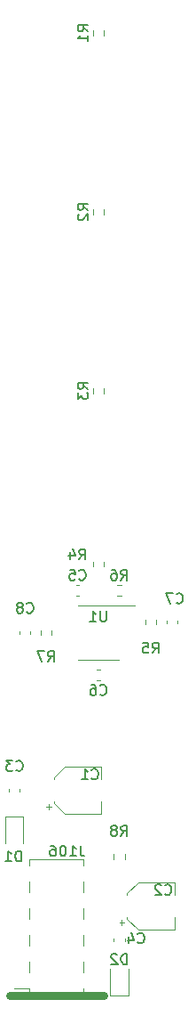
<source format=gbr>
%TF.GenerationSoftware,KiCad,Pcbnew,(6.0.9)*%
%TF.CreationDate,2023-01-29T17:11:57+01:00*%
%TF.ProjectId,witns_mxr,7769746e-735f-46d7-9872-2e6b69636164,rev?*%
%TF.SameCoordinates,Original*%
%TF.FileFunction,Legend,Bot*%
%TF.FilePolarity,Positive*%
%FSLAX46Y46*%
G04 Gerber Fmt 4.6, Leading zero omitted, Abs format (unit mm)*
G04 Created by KiCad (PCBNEW (6.0.9)) date 2023-01-29 17:11:57*
%MOMM*%
%LPD*%
G01*
G04 APERTURE LIST*
%ADD10C,0.800000*%
%ADD11C,0.150000*%
%ADD12C,0.120000*%
G04 APERTURE END LIST*
D10*
X41500000Y-153500000D02*
X50500000Y-153500000D01*
D11*
%TO.C,J106*%
X48285714Y-139252380D02*
X48285714Y-139966666D01*
X48333333Y-140109523D01*
X48428571Y-140204761D01*
X48571428Y-140252380D01*
X48666666Y-140252380D01*
X47285714Y-140252380D02*
X47857142Y-140252380D01*
X47571428Y-140252380D02*
X47571428Y-139252380D01*
X47666666Y-139395238D01*
X47761904Y-139490476D01*
X47857142Y-139538095D01*
X46666666Y-139252380D02*
X46571428Y-139252380D01*
X46476190Y-139300000D01*
X46428571Y-139347619D01*
X46380952Y-139442857D01*
X46333333Y-139633333D01*
X46333333Y-139871428D01*
X46380952Y-140061904D01*
X46428571Y-140157142D01*
X46476190Y-140204761D01*
X46571428Y-140252380D01*
X46666666Y-140252380D01*
X46761904Y-140204761D01*
X46809523Y-140157142D01*
X46857142Y-140061904D01*
X46904761Y-139871428D01*
X46904761Y-139633333D01*
X46857142Y-139442857D01*
X46809523Y-139347619D01*
X46761904Y-139300000D01*
X46666666Y-139252380D01*
X45476190Y-139252380D02*
X45666666Y-139252380D01*
X45761904Y-139300000D01*
X45809523Y-139347619D01*
X45904761Y-139490476D01*
X45952380Y-139680952D01*
X45952380Y-140061904D01*
X45904761Y-140157142D01*
X45857142Y-140204761D01*
X45761904Y-140252380D01*
X45571428Y-140252380D01*
X45476190Y-140204761D01*
X45428571Y-140157142D01*
X45380952Y-140061904D01*
X45380952Y-139823809D01*
X45428571Y-139728571D01*
X45476190Y-139680952D01*
X45571428Y-139633333D01*
X45761904Y-139633333D01*
X45857142Y-139680952D01*
X45904761Y-139728571D01*
X45952380Y-139823809D01*
%TO.C,C2*%
X56366666Y-143857142D02*
X56414285Y-143904761D01*
X56557142Y-143952380D01*
X56652380Y-143952380D01*
X56795238Y-143904761D01*
X56890476Y-143809523D01*
X56938095Y-143714285D01*
X56985714Y-143523809D01*
X56985714Y-143380952D01*
X56938095Y-143190476D01*
X56890476Y-143095238D01*
X56795238Y-143000000D01*
X56652380Y-142952380D01*
X56557142Y-142952380D01*
X56414285Y-143000000D01*
X56366666Y-143047619D01*
X55985714Y-143047619D02*
X55938095Y-143000000D01*
X55842857Y-142952380D01*
X55604761Y-142952380D01*
X55509523Y-143000000D01*
X55461904Y-143047619D01*
X55414285Y-143142857D01*
X55414285Y-143238095D01*
X55461904Y-143380952D01*
X56033333Y-143952380D01*
X55414285Y-143952380D01*
%TO.C,C1*%
X49366666Y-132857142D02*
X49414285Y-132904761D01*
X49557142Y-132952380D01*
X49652380Y-132952380D01*
X49795238Y-132904761D01*
X49890476Y-132809523D01*
X49938095Y-132714285D01*
X49985714Y-132523809D01*
X49985714Y-132380952D01*
X49938095Y-132190476D01*
X49890476Y-132095238D01*
X49795238Y-132000000D01*
X49652380Y-131952380D01*
X49557142Y-131952380D01*
X49414285Y-132000000D01*
X49366666Y-132047619D01*
X48414285Y-132952380D02*
X48985714Y-132952380D01*
X48700000Y-132952380D02*
X48700000Y-131952380D01*
X48795238Y-132095238D01*
X48890476Y-132190476D01*
X48985714Y-132238095D01*
%TO.C,R2*%
X49022380Y-78833333D02*
X48546190Y-78500000D01*
X49022380Y-78261904D02*
X48022380Y-78261904D01*
X48022380Y-78642857D01*
X48070000Y-78738095D01*
X48117619Y-78785714D01*
X48212857Y-78833333D01*
X48355714Y-78833333D01*
X48450952Y-78785714D01*
X48498571Y-78738095D01*
X48546190Y-78642857D01*
X48546190Y-78261904D01*
X48117619Y-79214285D02*
X48070000Y-79261904D01*
X48022380Y-79357142D01*
X48022380Y-79595238D01*
X48070000Y-79690476D01*
X48117619Y-79738095D01*
X48212857Y-79785714D01*
X48308095Y-79785714D01*
X48450952Y-79738095D01*
X49022380Y-79166666D01*
X49022380Y-79785714D01*
%TO.C,R1*%
X49022380Y-61833333D02*
X48546190Y-61500000D01*
X49022380Y-61261904D02*
X48022380Y-61261904D01*
X48022380Y-61642857D01*
X48070000Y-61738095D01*
X48117619Y-61785714D01*
X48212857Y-61833333D01*
X48355714Y-61833333D01*
X48450952Y-61785714D01*
X48498571Y-61738095D01*
X48546190Y-61642857D01*
X48546190Y-61261904D01*
X49022380Y-62785714D02*
X49022380Y-62214285D01*
X49022380Y-62500000D02*
X48022380Y-62500000D01*
X48165238Y-62404761D01*
X48260476Y-62309523D01*
X48308095Y-62214285D01*
%TO.C,C6*%
X50166666Y-124857142D02*
X50214285Y-124904761D01*
X50357142Y-124952380D01*
X50452380Y-124952380D01*
X50595238Y-124904761D01*
X50690476Y-124809523D01*
X50738095Y-124714285D01*
X50785714Y-124523809D01*
X50785714Y-124380952D01*
X50738095Y-124190476D01*
X50690476Y-124095238D01*
X50595238Y-124000000D01*
X50452380Y-123952380D01*
X50357142Y-123952380D01*
X50214285Y-124000000D01*
X50166666Y-124047619D01*
X49309523Y-123952380D02*
X49500000Y-123952380D01*
X49595238Y-124000000D01*
X49642857Y-124047619D01*
X49738095Y-124190476D01*
X49785714Y-124380952D01*
X49785714Y-124761904D01*
X49738095Y-124857142D01*
X49690476Y-124904761D01*
X49595238Y-124952380D01*
X49404761Y-124952380D01*
X49309523Y-124904761D01*
X49261904Y-124857142D01*
X49214285Y-124761904D01*
X49214285Y-124523809D01*
X49261904Y-124428571D01*
X49309523Y-124380952D01*
X49404761Y-124333333D01*
X49595238Y-124333333D01*
X49690476Y-124380952D01*
X49738095Y-124428571D01*
X49785714Y-124523809D01*
%TO.C,R6*%
X52166666Y-114022380D02*
X52500000Y-113546190D01*
X52738095Y-114022380D02*
X52738095Y-113022380D01*
X52357142Y-113022380D01*
X52261904Y-113070000D01*
X52214285Y-113117619D01*
X52166666Y-113212857D01*
X52166666Y-113355714D01*
X52214285Y-113450952D01*
X52261904Y-113498571D01*
X52357142Y-113546190D01*
X52738095Y-113546190D01*
X51309523Y-113022380D02*
X51500000Y-113022380D01*
X51595238Y-113070000D01*
X51642857Y-113117619D01*
X51738095Y-113260476D01*
X51785714Y-113450952D01*
X51785714Y-113831904D01*
X51738095Y-113927142D01*
X51690476Y-113974761D01*
X51595238Y-114022380D01*
X51404761Y-114022380D01*
X51309523Y-113974761D01*
X51261904Y-113927142D01*
X51214285Y-113831904D01*
X51214285Y-113593809D01*
X51261904Y-113498571D01*
X51309523Y-113450952D01*
X51404761Y-113403333D01*
X51595238Y-113403333D01*
X51690476Y-113450952D01*
X51738095Y-113498571D01*
X51785714Y-113593809D01*
%TO.C,D1*%
X42638095Y-140752380D02*
X42638095Y-139752380D01*
X42400000Y-139752380D01*
X42257142Y-139800000D01*
X42161904Y-139895238D01*
X42114285Y-139990476D01*
X42066666Y-140180952D01*
X42066666Y-140323809D01*
X42114285Y-140514285D01*
X42161904Y-140609523D01*
X42257142Y-140704761D01*
X42400000Y-140752380D01*
X42638095Y-140752380D01*
X41114285Y-140752380D02*
X41685714Y-140752380D01*
X41400000Y-140752380D02*
X41400000Y-139752380D01*
X41495238Y-139895238D01*
X41590476Y-139990476D01*
X41685714Y-140038095D01*
%TO.C,R3*%
X49022380Y-95833333D02*
X48546190Y-95500000D01*
X49022380Y-95261904D02*
X48022380Y-95261904D01*
X48022380Y-95642857D01*
X48070000Y-95738095D01*
X48117619Y-95785714D01*
X48212857Y-95833333D01*
X48355714Y-95833333D01*
X48450952Y-95785714D01*
X48498571Y-95738095D01*
X48546190Y-95642857D01*
X48546190Y-95261904D01*
X48022380Y-96166666D02*
X48022380Y-96785714D01*
X48403333Y-96452380D01*
X48403333Y-96595238D01*
X48450952Y-96690476D01*
X48498571Y-96738095D01*
X48593809Y-96785714D01*
X48831904Y-96785714D01*
X48927142Y-96738095D01*
X48974761Y-96690476D01*
X49022380Y-96595238D01*
X49022380Y-96309523D01*
X48974761Y-96214285D01*
X48927142Y-96166666D01*
%TO.C,C4*%
X53766666Y-148457142D02*
X53814285Y-148504761D01*
X53957142Y-148552380D01*
X54052380Y-148552380D01*
X54195238Y-148504761D01*
X54290476Y-148409523D01*
X54338095Y-148314285D01*
X54385714Y-148123809D01*
X54385714Y-147980952D01*
X54338095Y-147790476D01*
X54290476Y-147695238D01*
X54195238Y-147600000D01*
X54052380Y-147552380D01*
X53957142Y-147552380D01*
X53814285Y-147600000D01*
X53766666Y-147647619D01*
X52909523Y-147885714D02*
X52909523Y-148552380D01*
X53147619Y-147504761D02*
X53385714Y-148219047D01*
X52766666Y-148219047D01*
%TO.C,R7*%
X45166666Y-121752380D02*
X45500000Y-121276190D01*
X45738095Y-121752380D02*
X45738095Y-120752380D01*
X45357142Y-120752380D01*
X45261904Y-120800000D01*
X45214285Y-120847619D01*
X45166666Y-120942857D01*
X45166666Y-121085714D01*
X45214285Y-121180952D01*
X45261904Y-121228571D01*
X45357142Y-121276190D01*
X45738095Y-121276190D01*
X44833333Y-120752380D02*
X44166666Y-120752380D01*
X44595238Y-121752380D01*
%TO.C,R4*%
X48166666Y-112052380D02*
X48500000Y-111576190D01*
X48738095Y-112052380D02*
X48738095Y-111052380D01*
X48357142Y-111052380D01*
X48261904Y-111100000D01*
X48214285Y-111147619D01*
X48166666Y-111242857D01*
X48166666Y-111385714D01*
X48214285Y-111480952D01*
X48261904Y-111528571D01*
X48357142Y-111576190D01*
X48738095Y-111576190D01*
X47309523Y-111385714D02*
X47309523Y-112052380D01*
X47547619Y-111004761D02*
X47785714Y-111719047D01*
X47166666Y-111719047D01*
%TO.C,D2*%
X52738095Y-150552380D02*
X52738095Y-149552380D01*
X52500000Y-149552380D01*
X52357142Y-149600000D01*
X52261904Y-149695238D01*
X52214285Y-149790476D01*
X52166666Y-149980952D01*
X52166666Y-150123809D01*
X52214285Y-150314285D01*
X52261904Y-150409523D01*
X52357142Y-150504761D01*
X52500000Y-150552380D01*
X52738095Y-150552380D01*
X51785714Y-149647619D02*
X51738095Y-149600000D01*
X51642857Y-149552380D01*
X51404761Y-149552380D01*
X51309523Y-149600000D01*
X51261904Y-149647619D01*
X51214285Y-149742857D01*
X51214285Y-149838095D01*
X51261904Y-149980952D01*
X51833333Y-150552380D01*
X51214285Y-150552380D01*
%TO.C,C7*%
X57466666Y-116157142D02*
X57514285Y-116204761D01*
X57657142Y-116252380D01*
X57752380Y-116252380D01*
X57895238Y-116204761D01*
X57990476Y-116109523D01*
X58038095Y-116014285D01*
X58085714Y-115823809D01*
X58085714Y-115680952D01*
X58038095Y-115490476D01*
X57990476Y-115395238D01*
X57895238Y-115300000D01*
X57752380Y-115252380D01*
X57657142Y-115252380D01*
X57514285Y-115300000D01*
X57466666Y-115347619D01*
X57133333Y-115252380D02*
X56466666Y-115252380D01*
X56895238Y-116252380D01*
%TO.C,C3*%
X42166666Y-132057142D02*
X42214285Y-132104761D01*
X42357142Y-132152380D01*
X42452380Y-132152380D01*
X42595238Y-132104761D01*
X42690476Y-132009523D01*
X42738095Y-131914285D01*
X42785714Y-131723809D01*
X42785714Y-131580952D01*
X42738095Y-131390476D01*
X42690476Y-131295238D01*
X42595238Y-131200000D01*
X42452380Y-131152380D01*
X42357142Y-131152380D01*
X42214285Y-131200000D01*
X42166666Y-131247619D01*
X41833333Y-131152380D02*
X41214285Y-131152380D01*
X41547619Y-131533333D01*
X41404761Y-131533333D01*
X41309523Y-131580952D01*
X41261904Y-131628571D01*
X41214285Y-131723809D01*
X41214285Y-131961904D01*
X41261904Y-132057142D01*
X41309523Y-132104761D01*
X41404761Y-132152380D01*
X41690476Y-132152380D01*
X41785714Y-132104761D01*
X41833333Y-132057142D01*
%TO.C,U1*%
X50761904Y-116952380D02*
X50761904Y-117761904D01*
X50714285Y-117857142D01*
X50666666Y-117904761D01*
X50571428Y-117952380D01*
X50380952Y-117952380D01*
X50285714Y-117904761D01*
X50238095Y-117857142D01*
X50190476Y-117761904D01*
X50190476Y-116952380D01*
X49190476Y-117952380D02*
X49761904Y-117952380D01*
X49476190Y-117952380D02*
X49476190Y-116952380D01*
X49571428Y-117095238D01*
X49666666Y-117190476D01*
X49761904Y-117238095D01*
%TO.C,C8*%
X43166666Y-117057142D02*
X43214285Y-117104761D01*
X43357142Y-117152380D01*
X43452380Y-117152380D01*
X43595238Y-117104761D01*
X43690476Y-117009523D01*
X43738095Y-116914285D01*
X43785714Y-116723809D01*
X43785714Y-116580952D01*
X43738095Y-116390476D01*
X43690476Y-116295238D01*
X43595238Y-116200000D01*
X43452380Y-116152380D01*
X43357142Y-116152380D01*
X43214285Y-116200000D01*
X43166666Y-116247619D01*
X42595238Y-116580952D02*
X42690476Y-116533333D01*
X42738095Y-116485714D01*
X42785714Y-116390476D01*
X42785714Y-116342857D01*
X42738095Y-116247619D01*
X42690476Y-116200000D01*
X42595238Y-116152380D01*
X42404761Y-116152380D01*
X42309523Y-116200000D01*
X42261904Y-116247619D01*
X42214285Y-116342857D01*
X42214285Y-116390476D01*
X42261904Y-116485714D01*
X42309523Y-116533333D01*
X42404761Y-116580952D01*
X42595238Y-116580952D01*
X42690476Y-116628571D01*
X42738095Y-116676190D01*
X42785714Y-116771428D01*
X42785714Y-116961904D01*
X42738095Y-117057142D01*
X42690476Y-117104761D01*
X42595238Y-117152380D01*
X42404761Y-117152380D01*
X42309523Y-117104761D01*
X42261904Y-117057142D01*
X42214285Y-116961904D01*
X42214285Y-116771428D01*
X42261904Y-116676190D01*
X42309523Y-116628571D01*
X42404761Y-116580952D01*
%TO.C,C5*%
X48166666Y-113927142D02*
X48214285Y-113974761D01*
X48357142Y-114022380D01*
X48452380Y-114022380D01*
X48595238Y-113974761D01*
X48690476Y-113879523D01*
X48738095Y-113784285D01*
X48785714Y-113593809D01*
X48785714Y-113450952D01*
X48738095Y-113260476D01*
X48690476Y-113165238D01*
X48595238Y-113070000D01*
X48452380Y-113022380D01*
X48357142Y-113022380D01*
X48214285Y-113070000D01*
X48166666Y-113117619D01*
X47261904Y-113022380D02*
X47738095Y-113022380D01*
X47785714Y-113498571D01*
X47738095Y-113450952D01*
X47642857Y-113403333D01*
X47404761Y-113403333D01*
X47309523Y-113450952D01*
X47261904Y-113498571D01*
X47214285Y-113593809D01*
X47214285Y-113831904D01*
X47261904Y-113927142D01*
X47309523Y-113974761D01*
X47404761Y-114022380D01*
X47642857Y-114022380D01*
X47738095Y-113974761D01*
X47785714Y-113927142D01*
%TO.C,R8*%
X52166666Y-138352380D02*
X52500000Y-137876190D01*
X52738095Y-138352380D02*
X52738095Y-137352380D01*
X52357142Y-137352380D01*
X52261904Y-137400000D01*
X52214285Y-137447619D01*
X52166666Y-137542857D01*
X52166666Y-137685714D01*
X52214285Y-137780952D01*
X52261904Y-137828571D01*
X52357142Y-137876190D01*
X52738095Y-137876190D01*
X51595238Y-137780952D02*
X51690476Y-137733333D01*
X51738095Y-137685714D01*
X51785714Y-137590476D01*
X51785714Y-137542857D01*
X51738095Y-137447619D01*
X51690476Y-137400000D01*
X51595238Y-137352380D01*
X51404761Y-137352380D01*
X51309523Y-137400000D01*
X51261904Y-137447619D01*
X51214285Y-137542857D01*
X51214285Y-137590476D01*
X51261904Y-137685714D01*
X51309523Y-137733333D01*
X51404761Y-137780952D01*
X51595238Y-137780952D01*
X51690476Y-137828571D01*
X51738095Y-137876190D01*
X51785714Y-137971428D01*
X51785714Y-138161904D01*
X51738095Y-138257142D01*
X51690476Y-138304761D01*
X51595238Y-138352380D01*
X51404761Y-138352380D01*
X51309523Y-138304761D01*
X51261904Y-138257142D01*
X51214285Y-138161904D01*
X51214285Y-137971428D01*
X51261904Y-137876190D01*
X51309523Y-137828571D01*
X51404761Y-137780952D01*
%TO.C,R5*%
X55166666Y-120952380D02*
X55500000Y-120476190D01*
X55738095Y-120952380D02*
X55738095Y-119952380D01*
X55357142Y-119952380D01*
X55261904Y-120000000D01*
X55214285Y-120047619D01*
X55166666Y-120142857D01*
X55166666Y-120285714D01*
X55214285Y-120380952D01*
X55261904Y-120428571D01*
X55357142Y-120476190D01*
X55738095Y-120476190D01*
X54261904Y-119952380D02*
X54738095Y-119952380D01*
X54785714Y-120428571D01*
X54738095Y-120380952D01*
X54642857Y-120333333D01*
X54404761Y-120333333D01*
X54309523Y-120380952D01*
X54261904Y-120428571D01*
X54214285Y-120523809D01*
X54214285Y-120761904D01*
X54261904Y-120857142D01*
X54309523Y-120904761D01*
X54404761Y-120952380D01*
X54642857Y-120952380D01*
X54738095Y-120904761D01*
X54785714Y-120857142D01*
D12*
%TO.C,J106*%
X48600000Y-153410000D02*
X48600000Y-152840000D01*
X43400000Y-151320000D02*
X43400000Y-150300000D01*
X48600000Y-151320000D02*
X48600000Y-150300000D01*
X48600000Y-148780000D02*
X48600000Y-147760000D01*
X43400000Y-148780000D02*
X43400000Y-147760000D01*
X48600000Y-143700000D02*
X48600000Y-142680000D01*
X43400000Y-146240000D02*
X43400000Y-145220000D01*
X41960000Y-152840000D02*
X43400000Y-152840000D01*
X43400000Y-153410000D02*
X43400000Y-152840000D01*
X43400000Y-140590000D02*
X48600000Y-140590000D01*
X48600000Y-146240000D02*
X48600000Y-145220000D01*
X43400000Y-153410000D02*
X48600000Y-153410000D01*
X48600000Y-141160000D02*
X48600000Y-140590000D01*
X43400000Y-141160000D02*
X43400000Y-140590000D01*
X43400000Y-143700000D02*
X43400000Y-142680000D01*
%TO.C,C2*%
X52740000Y-143804437D02*
X52740000Y-143940000D01*
X57260000Y-147260000D02*
X57260000Y-146060000D01*
X52000000Y-146560000D02*
X52500000Y-146560000D01*
X53804437Y-142740000D02*
X57260000Y-142740000D01*
X52740000Y-146195563D02*
X52740000Y-146060000D01*
X53804437Y-147260000D02*
X57260000Y-147260000D01*
X52740000Y-146195563D02*
X53804437Y-147260000D01*
X52250000Y-146810000D02*
X52250000Y-146310000D01*
X57260000Y-142740000D02*
X57260000Y-143940000D01*
X52740000Y-143804437D02*
X53804437Y-142740000D01*
%TO.C,C1*%
X45740000Y-132804437D02*
X46804437Y-131740000D01*
X50260000Y-136260000D02*
X50260000Y-135060000D01*
X45740000Y-135195563D02*
X46804437Y-136260000D01*
X45250000Y-135810000D02*
X45250000Y-135310000D01*
X46804437Y-131740000D02*
X50260000Y-131740000D01*
X46804437Y-136260000D02*
X50260000Y-136260000D01*
X45740000Y-132804437D02*
X45740000Y-132940000D01*
X50260000Y-131740000D02*
X50260000Y-132940000D01*
X45740000Y-135195563D02*
X45740000Y-135060000D01*
X45000000Y-135560000D02*
X45500000Y-135560000D01*
%TO.C,R2*%
X49477500Y-78762742D02*
X49477500Y-79237258D01*
X50522500Y-78762742D02*
X50522500Y-79237258D01*
%TO.C,R1*%
X49477500Y-61762742D02*
X49477500Y-62237258D01*
X50522500Y-61762742D02*
X50522500Y-62237258D01*
%TO.C,C6*%
X50140580Y-122490000D02*
X49859420Y-122490000D01*
X50140580Y-123510000D02*
X49859420Y-123510000D01*
%TO.C,R6*%
X52237258Y-115522500D02*
X51762742Y-115522500D01*
X52237258Y-114477500D02*
X51762742Y-114477500D01*
%TO.C,D1*%
X41150000Y-136500000D02*
X41150000Y-139050000D01*
X41150000Y-136500000D02*
X42850000Y-136500000D01*
X42850000Y-136500000D02*
X42850000Y-139050000D01*
%TO.C,R3*%
X50522500Y-95762742D02*
X50522500Y-96237258D01*
X49477500Y-95762742D02*
X49477500Y-96237258D01*
%TO.C,C4*%
X51490000Y-148340580D02*
X51490000Y-148059420D01*
X52510000Y-148340580D02*
X52510000Y-148059420D01*
%TO.C,R7*%
X45522500Y-119237258D02*
X45522500Y-118762742D01*
X44477500Y-119237258D02*
X44477500Y-118762742D01*
%TO.C,R4*%
X49477500Y-112262742D02*
X49477500Y-112737258D01*
X50522500Y-112262742D02*
X50522500Y-112737258D01*
%TO.C,D2*%
X52850000Y-153500000D02*
X51150000Y-153500000D01*
X51150000Y-153500000D02*
X51150000Y-150950000D01*
X52850000Y-153500000D02*
X52850000Y-150950000D01*
%TO.C,C7*%
X56490000Y-118140580D02*
X56490000Y-117859420D01*
X57510000Y-118140580D02*
X57510000Y-117859420D01*
%TO.C,C3*%
X41490000Y-133859420D02*
X41490000Y-134140580D01*
X42510000Y-133859420D02*
X42510000Y-134140580D01*
%TO.C,U1*%
X50000000Y-121560000D02*
X48050000Y-121560000D01*
X50000000Y-121560000D02*
X51950000Y-121560000D01*
X50000000Y-116440000D02*
X53450000Y-116440000D01*
X50000000Y-116440000D02*
X48050000Y-116440000D01*
%TO.C,C8*%
X42490000Y-119140580D02*
X42490000Y-118859420D01*
X43510000Y-119140580D02*
X43510000Y-118859420D01*
%TO.C,C5*%
X48140580Y-114490000D02*
X47859420Y-114490000D01*
X48140580Y-115510000D02*
X47859420Y-115510000D01*
%TO.C,R8*%
X52522500Y-140062742D02*
X52522500Y-140537258D01*
X51477500Y-140062742D02*
X51477500Y-140537258D01*
%TO.C,R5*%
X55522500Y-118237258D02*
X55522500Y-117762742D01*
X54477500Y-118237258D02*
X54477500Y-117762742D01*
%TD*%
M02*

</source>
